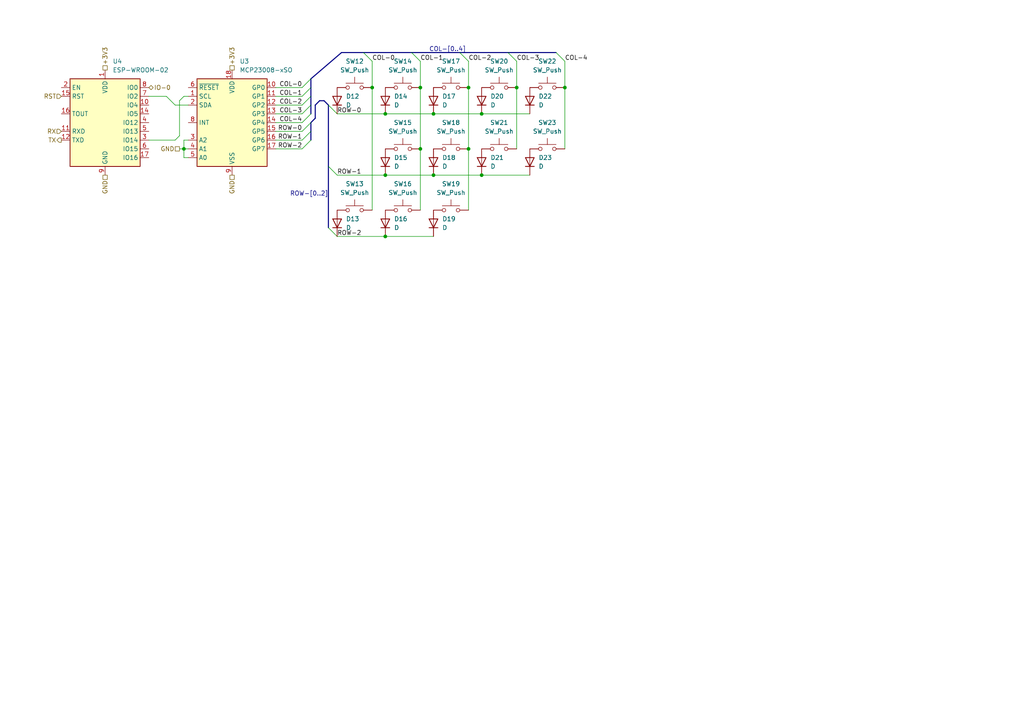
<source format=kicad_sch>
(kicad_sch (version 20231120) (generator "eeschema") (generator_version "8.0")
  (paper "A4")
  (lib_symbols
    (symbol "Device:D" (pin_numbers hide) (pin_names (offset 1.016) hide)
      (property "Reference" "D" (at 0 2.54 0))
      (property "Value" "D" (at 0 -2.54 0))
      (symbol "D_0_1"
        (polyline (pts (xy -1.27 1.27) (xy -1.27 -1.27)) (stroke (width 0.254)))
        (polyline (pts (xy 1.27 0) (xy -1.27 0)))
        (polyline (pts (xy 1.27 1.27) (xy 1.27 -1.27) (xy -1.27 0) (xy 1.27 1.27)) (stroke (width 0.254)))
      )
      (symbol "D_1_1"
        (pin passive line (at -3.81 0 0) (length 2.54) (name "K") (number "1"))
        (pin passive line (at 3.81 0 180) (length 2.54) (name "A") (number "2"))
      )
    )
    (symbol "Interface_Expansion:MCP23008-xSO"
      (property "Reference" "U" (at -8.89 13.97 0))
      (property "Value" "MCP23008-xSO" (at 8.89 13.97 0))
      (symbol "MCP23008-xSO_0_1"
        (rectangle (start -10.16 12.7) (end 10.16 -12.7) (stroke (width 0.254)) (fill (type background)))
      )
      (symbol "MCP23008-xSO_1_1"
        (pin input line (at -12.7 7.62 0) (length 2.54) (name "SCL") (number "1"))
        (pin bidirectional line (at 12.7 10.16 180) (length 2.54) (name "GP0") (number "10"))
        (pin bidirectional line (at 12.7 7.62 180) (length 2.54) (name "GP1") (number "11"))
        (pin bidirectional line (at 12.7 5.08 180) (length 2.54) (name "GP2") (number "12"))
        (pin bidirectional line (at 12.7 2.54 180) (length 2.54) (name "GP3") (number "13"))
        (pin bidirectional line (at 12.7 0 180) (length 2.54) (name "GP4") (number "14"))
        (pin bidirectional line (at 12.7 -2.54 180) (length 2.54) (name "GP5") (number "15"))
        (pin bidirectional line (at 12.7 -5.08 180) (length 2.54) (name "GP6") (number "16"))
        (pin bidirectional line (at 12.7 -7.62 180) (length 2.54) (name "GP7") (number "17"))
        (pin power_in line (at 0 15.24 270) (length 2.54) (name "VDD") (number "18"))
        (pin bidirectional line (at -12.7 5.08 0) (length 2.54) (name "SDA") (number "2"))
        (pin input line (at -12.7 -5.08 0) (length 2.54) (name "A2") (number "3"))
        (pin input line (at -12.7 -7.62 0) (length 2.54) (name "A1") (number "4"))
        (pin input line (at -12.7 -10.16 0) (length 2.54) (name "A0") (number "5"))
        (pin input line (at -12.7 10.16 0) (length 2.54) (name "~{RESET}") (number "6"))
        (pin no_connect line (at -10.16 -2.54 0) (length 2.54) hide (name "NC") (number "7"))
        (pin output line (at -12.7 0 0) (length 2.54) (name "INT") (number "8"))
        (pin power_in line (at 0 -15.24 90) (length 2.54) (name "VSS") (number "9"))
      )
    )
    (symbol "RF_Module:ESP-WROOM-02"
      (property "Reference" "U" (at -7.62 13.97 0))
      (property "Value" "ESP-WROOM-02" (at 10.16 13.97 0))
      (symbol "ESP-WROOM-02_0_1"
        (rectangle (start 10.16 12.7) (end -10.16 -12.7) (stroke (width 0.254)) (fill (type background)))
      )
      (symbol "ESP-WROOM-02_1_1"
        (pin power_in line (at 0 15.24 270) (length 2.54) (name "VDD") (number "1"))
        (pin bidirectional line (at 12.7 5.08 180) (length 2.54) (name "IO4") (number "10"))
        (pin bidirectional line (at -12.7 -2.54 0) (length 2.54) (name "RXD") (number "11"))
        (pin bidirectional line (at -12.7 -5.08 0) (length 2.54) (name "TXD") (number "12"))
        (pin passive line (at 0 -15.24 90) (length 2.54) hide (name "GND") (number "13"))
        (pin bidirectional line (at 12.7 2.54 180) (length 2.54) (name "IO5") (number "14"))
        (pin input line (at -12.7 7.62 0) (length 2.54) (name "RST") (number "15"))
        (pin input line (at -12.7 2.54 0) (length 2.54) (name "TOUT") (number "16"))
        (pin bidirectional line (at 12.7 -10.16 180) (length 2.54) (name "IO16") (number "17"))
        (pin passive line (at 0 -15.24 90) (length 2.54) hide (name "GND") (number "18"))
        (pin passive line (at 0 -15.24 90) (length 2.54) hide (name "GND") (number "19"))
        (pin input line (at -12.7 10.16 0) (length 2.54) (name "EN") (number "2"))
        (pin bidirectional line (at 12.7 -5.08 180) (length 2.54) (name "IO14") (number "3"))
        (pin bidirectional line (at 12.7 0 180) (length 2.54) (name "IO12") (number "4"))
        (pin bidirectional line (at 12.7 -2.54 180) (length 2.54) (name "IO13") (number "5"))
        (pin bidirectional line (at 12.7 -7.62 180) (length 2.54) (name "IO15") (number "6"))
        (pin bidirectional line (at 12.7 7.62 180) (length 2.54) (name "IO2") (number "7"))
        (pin bidirectional line (at 12.7 10.16 180) (length 2.54) (name "IO0") (number "8"))
        (pin power_in line (at 0 -15.24 90) (length 2.54) (name "GND") (number "9"))
      )
    )
    (symbol "Switch:SW_Push" (pin_numbers hide) (pin_names (offset 1.016) hide)
      (property "Reference" "SW" (at 1.27 2.54 0))
      (property "Value" "SW_Push" (at 0 -1.524 0))
      (symbol "SW_Push_0_1"
        (circle (center -2.032 0) (radius 0.508))
        (polyline (pts (xy 0 1.27) (xy 0 3.048)))
        (polyline (pts (xy 2.54 1.27) (xy -2.54 1.27)))
        (circle (center 2.032 0) (radius 0.508))
        (pin passive line (at -5.08 0 0) (length 2.54) (name "1") (number "1"))
        (pin passive line (at 5.08 0 180) (length 2.54) (name "2") (number "2"))
      )
    )
  )
  (junction (at 149.86 25.4))
  (junction (at 163.83 25.4))
  (junction (at 111.76 33.02))
  (junction (at 121.92 25.4))
  (junction (at 53.34 43.18))
  (junction (at 125.73 50.8))
  (junction (at 111.76 50.8))
  (junction (at 135.89 25.4))
  (junction (at 139.7 33.02))
  (junction (at 111.76 68.58))
  (junction (at 121.92 43.18))
  (junction (at 125.73 33.02))
  (junction (at 107.95 25.4))
  (junction (at 139.7 50.8))
  (junction (at 135.89 43.18))
  (bus_entry (at 95.25 48.26) (size 2.54 2.54))
  (bus_entry (at 161.29 15.24) (size 2.54 2.54))
  (bus_entry (at 87.63 43.18) (size 2.54 -2.54))
  (bus_entry (at 90.17 30.48) (size -2.54 2.54))
  (bus_entry (at 87.63 38.1) (size 2.54 -2.54))
  (bus_entry (at 133.35 15.24) (size 2.54 2.54))
  (bus_entry (at 90.17 27.94) (size -2.54 2.54))
  (bus_entry (at 90.17 33.02) (size -2.54 2.54))
  (bus_entry (at 147.32 15.24) (size 2.54 2.54))
  (bus_entry (at 87.63 40.64) (size 2.54 -2.54))
  (bus_entry (at 95.25 30.48) (size 2.54 2.54))
  (bus_entry (at 90.17 22.86) (size -2.54 2.54))
  (bus_entry (at 90.17 25.4) (size -2.54 2.54))
  (bus_entry (at 105.41 15.24) (size 2.54 2.54))
  (bus_entry (at 119.38 15.24) (size 2.54 2.54))
  (bus_entry (at 95.25 66.04) (size 2.54 2.54))
  (bus (pts (xy 90.17 30.48) (xy 90.17 33.02)))
  (bus (pts (xy 90.17 38.1) (xy 90.17 40.64)))
  (wire (pts (xy 80.01 35.56) (xy 87.63 35.56)))
  (bus (pts (xy 92.71 29.21) (xy 93.98 29.21)))
  (wire (pts (xy 163.83 17.78) (xy 163.83 25.4)))
  (wire (pts (xy 121.92 43.18) (xy 121.92 60.96)))
  (bus (pts (xy 95.25 48.26) (xy 95.25 66.04)))
  (bus (pts (xy 90.17 27.94) (xy 90.17 30.48)))
  (wire (pts (xy 149.86 17.78) (xy 149.86 25.4)))
  (wire (pts (xy 135.89 43.18) (xy 135.89 60.96)))
  (bus (pts (xy 91.44 34.29) (xy 90.17 35.56)))
  (wire (pts (xy 97.79 68.58) (xy 111.76 68.58)))
  (wire (pts (xy 135.89 25.4) (xy 135.89 43.18)))
  (wire (pts (xy 97.79 50.8) (xy 111.76 50.8)))
  (wire (pts (xy 52.07 29.21) (xy 52.07 39.37)))
  (wire (pts (xy 50.8 40.64) (xy 52.07 39.37)))
  (bus (pts (xy 91.44 30.48) (xy 91.44 34.29)))
  (wire (pts (xy 43.18 40.64) (xy 50.8 40.64)))
  (bus (pts (xy 90.17 35.56) (xy 90.17 38.1)))
  (wire (pts (xy 149.86 25.4) (xy 149.86 43.18)))
  (bus (pts (xy 92.71 29.21) (xy 91.44 30.48)))
  (wire (pts (xy 53.34 40.64) (xy 53.34 43.18)))
  (wire (pts (xy 48.26 27.94) (xy 50.8 30.48)))
  (wire (pts (xy 80.01 30.48) (xy 87.63 30.48)))
  (wire (pts (xy 135.89 17.78) (xy 135.89 25.4)))
  (wire (pts (xy 139.7 33.02) (xy 153.67 33.02)))
  (wire (pts (xy 80.01 33.02) (xy 87.63 33.02)))
  (wire (pts (xy 52.07 29.21) (xy 53.34 27.94)))
  (wire (pts (xy 107.95 25.4) (xy 107.95 60.96)))
  (wire (pts (xy 111.76 50.8) (xy 125.73 50.8)))
  (bus (pts (xy 95.25 30.48) (xy 93.98 29.21)))
  (wire (pts (xy 53.34 27.94) (xy 54.61 27.94)))
  (wire (pts (xy 125.73 50.8) (xy 139.7 50.8)))
  (wire (pts (xy 53.34 45.72) (xy 54.61 45.72)))
  (wire (pts (xy 80.01 38.1) (xy 87.63 38.1)))
  (wire (pts (xy 80.01 43.18) (xy 87.63 43.18)))
  (bus (pts (xy 147.32 15.24) (xy 161.29 15.24)))
  (bus (pts (xy 99.06 15.24) (xy 105.41 15.24)))
  (wire (pts (xy 139.7 50.8) (xy 153.67 50.8)))
  (wire (pts (xy 97.79 33.02) (xy 111.76 33.02)))
  (wire (pts (xy 50.8 30.48) (xy 54.61 30.48)))
  (wire (pts (xy 107.95 17.78) (xy 107.95 25.4)))
  (bus (pts (xy 90.17 25.4) (xy 90.17 27.94)))
  (wire (pts (xy 80.01 27.94) (xy 87.63 27.94)))
  (bus (pts (xy 90.17 22.86) (xy 90.17 25.4)))
  (wire (pts (xy 121.92 25.4) (xy 121.92 43.18)))
  (wire (pts (xy 52.07 43.18) (xy 53.34 43.18)))
  (wire (pts (xy 80.01 40.64) (xy 87.63 40.64)))
  (bus (pts (xy 133.35 15.24) (xy 147.32 15.24)))
  (wire (pts (xy 121.92 17.78) (xy 121.92 25.4)))
  (bus (pts (xy 95.25 30.48) (xy 95.25 48.26)))
  (bus (pts (xy 90.17 22.86) (xy 99.06 15.24)))
  (wire (pts (xy 163.83 25.4) (xy 163.83 43.18)))
  (wire (pts (xy 80.01 25.4) (xy 87.63 25.4)))
  (wire (pts (xy 43.18 27.94) (xy 48.26 27.94)))
  (wire (pts (xy 111.76 68.58) (xy 125.73 68.58)))
  (wire (pts (xy 53.34 43.18) (xy 53.34 45.72)))
  (wire (pts (xy 53.34 40.64) (xy 54.61 40.64)))
  (wire (pts (xy 125.73 33.02) (xy 139.7 33.02)))
  (wire (pts (xy 111.76 33.02) (xy 125.73 33.02)))
  (bus (pts (xy 105.41 15.24) (xy 119.38 15.24)))
  (bus (pts (xy 119.38 15.24) (xy 133.35 15.24)))
  (wire (pts (xy 53.34 43.18) (xy 54.61 43.18)))
  (label "ROW-1" (at 97.79 50.8 0))
  (label "COL-4" (at 87.63 35.56 180))
  (label "ROW-2" (at 97.79 68.58 0))
  (label "ROW-2" (at 87.63 43.18 180))
  (label "COL-3" (at 87.63 33.02 180))
  (label "ROW-[0..2]" (at 95.25 57.15 180))
  (label "COL-0" (at 87.63 25.4 180))
  (label "COL-0" (at 107.95 17.78 0))
  (label "COL-3" (at 149.86 17.78 0))
  (label "COL-2" (at 87.63 30.48 180))
  (label "COL-[0..4]" (at 124.46 15.24 0))
  (label "COL-1" (at 87.63 27.94 180))
  (label "COL-4" (at 163.83 17.78 0))
  (label "COL-2" (at 135.89 17.78 0))
  (label "ROW-1" (at 87.63 40.64 180))
  (label "ROW-0" (at 87.63 38.1 180))
  (label "COL-1" (at 121.92 17.78 0))
  (label "ROW-0" (at 97.79 33.02 0))
  (hierarchical_label "RX" (shape input) (at 17.78 38.1 180))
  (hierarchical_label "IO-0" (shape bidirectional) (at 43.18 25.4 0))
  (hierarchical_label "GND" (shape passive) (at 52.07 43.18 180))
  (hierarchical_label "RST" (shape input) (at 17.78 27.94 180))
  (hierarchical_label "GND" (shape passive) (at 30.48 50.8 270))
  (hierarchical_label "GND" (shape passive) (at 67.31 50.8 270))
  (hierarchical_label "+3V3" (shape passive) (at 30.48 20.32 90))
  (hierarchical_label "TX" (shape output) (at 17.78 40.64 180))
  (hierarchical_label "+3V3" (shape passive) (at 67.31 20.32 90))
  (symbol (lib_id "Switch:SW_Push") (at 144.78 25.4 0) (unit 1)
    (property "Reference" "SW20" (at 144.78 17.78 0))
    (property "Value" "SW_Push" (at 144.78 20.32 0))
    (property "Footprint" "MX_Hotswap:MX-Hotswap-1U" (effects (hide yes)))
    (property "Description" "Push button switch, generic, two pins" (effects (hide yes)))
  )
  (symbol (lib_id "Switch:SW_Push") (at 130.81 43.18 0) (unit 1)
    (property "Reference" "SW18" (at 130.81 35.56 0))
    (property "Value" "SW_Push" (at 130.81 38.1 0))
    (property "Footprint" "MX_Hotswap:MX-Hotswap-1U" (effects (hide yes)))
    (property "Description" "Push button switch, generic, two pins" (effects (hide yes)))
  )
  (symbol (lib_id "Device:D") (at 97.79 29.21 90) (unit 1)
    (property "Reference" "D12" (at 100.33 27.9399 90) (effects (justify right)))
    (property "Value" "D" (at 100.33 30.4799 90) (effects (justify right)))
    (property "Footprint" "Diode_SMD:D_0603_1608Metric" (effects (hide yes)))
    (property "Description" "Diode" (effects (hide yes)))
    (property "Sim.Device" "D" (effects (hide yes)))
    (property "Sim.Pins" "1=K 2=A" (effects (hide yes)))
  )
  (symbol (lib_id "Device:D") (at 125.73 29.21 90) (unit 1)
    (property "Reference" "D17" (at 128.27 27.9399 90) (effects (justify right)))
    (property "Value" "D" (at 128.27 30.4799 90) (effects (justify right)))
    (property "Footprint" "Diode_SMD:D_0603_1608Metric" (effects (hide yes)))
    (property "Description" "Diode" (effects (hide yes)))
    (property "Sim.Device" "D" (effects (hide yes)))
    (property "Sim.Pins" "1=K 2=A" (effects (hide yes)))
  )
  (symbol (lib_id "Switch:SW_Push") (at 116.84 43.18 0) (unit 1)
    (property "Reference" "SW15" (at 116.84 35.56 0))
    (property "Value" "SW_Push" (at 116.84 38.1 0))
    (property "Footprint" "MX_Hotswap:MX-Hotswap-1U" (effects (hide yes)))
    (property "Description" "Push button switch, generic, two pins" (effects (hide yes)))
  )
  (symbol (lib_id "Device:D") (at 111.76 29.21 90) (unit 1)
    (property "Reference" "D14" (at 114.3 27.9399 90) (effects (justify right)))
    (property "Value" "D" (at 114.3 30.4799 90) (effects (justify right)))
    (property "Footprint" "Diode_SMD:D_0603_1608Metric" (effects (hide yes)))
    (property "Description" "Diode" (effects (hide yes)))
    (property "Sim.Device" "D" (effects (hide yes)))
    (property "Sim.Pins" "1=K 2=A" (effects (hide yes)))
  )
  (symbol (lib_id "Device:D") (at 153.67 29.21 90) (unit 1)
    (property "Reference" "D22" (at 156.21 27.9399 90) (effects (justify right)))
    (property "Value" "D" (at 156.21 30.4799 90) (effects (justify right)))
    (property "Footprint" "Diode_SMD:D_0603_1608Metric" (effects (hide yes)))
    (property "Description" "Diode" (effects (hide yes)))
    (property "Sim.Device" "D" (effects (hide yes)))
    (property "Sim.Pins" "1=K 2=A" (effects (hide yes)))
  )
  (symbol (lib_id "Switch:SW_Push") (at 130.81 60.96 0) (unit 1)
    (property "Reference" "SW19" (at 130.81 53.34 0))
    (property "Value" "SW_Push" (at 130.81 55.88 0))
    (property "Footprint" "MX_Hotswap:MX-Hotswap-1U" (effects (hide yes)))
    (property "Description" "Push button switch, generic, two pins" (effects (hide yes)))
  )
  (symbol (lib_id "Interface_Expansion:MCP23008-xSO") (at 67.31 35.56 0) (unit 1)
    (property "Reference" "U3" (at 69.5041 17.78 0) (effects (justify left)))
    (property "Value" "MCP23008-xSO" (at 69.5041 20.32 0) (effects (justify left)))
    (property "Footprint" "Package_SO:SOIC-18W_7.5x11.6mm_P1.27mm" (effects (hide yes)))
    (property "Datasheet" "http://ww1.microchip.com/downloads/en/DeviceDoc/MCP23008-MCP23S08-Data-Sheet-20001919F.pdf" (effects (hide yes)))
    (property "Description" "8-bit I/O expander, I2C, interrupts, SOIC-18" (effects (hide yes)))
  )
  (symbol (lib_id "Device:D") (at 139.7 46.99 90) (unit 1)
    (property "Reference" "D21" (at 142.24 45.7199 90) (effects (justify right)))
    (property "Value" "D" (at 142.24 48.2599 90) (effects (justify right)))
    (property "Footprint" "Diode_SMD:D_0603_1608Metric" (effects (hide yes)))
    (property "Description" "Diode" (effects (hide yes)))
    (property "Sim.Device" "D" (effects (hide yes)))
    (property "Sim.Pins" "1=K 2=A" (effects (hide yes)))
  )
  (symbol (lib_id "Device:D") (at 125.73 46.99 90) (unit 1)
    (property "Reference" "D18" (at 128.27 45.7199 90) (effects (justify right)))
    (property "Value" "D" (at 128.27 48.2599 90) (effects (justify right)))
    (property "Footprint" "Diode_SMD:D_0603_1608Metric" (effects (hide yes)))
    (property "Description" "Diode" (effects (hide yes)))
    (property "Sim.Device" "D" (effects (hide yes)))
    (property "Sim.Pins" "1=K 2=A" (effects (hide yes)))
  )
  (symbol (lib_id "Device:D") (at 111.76 64.77 90) (unit 1)
    (property "Reference" "D16" (at 114.3 63.4999 90) (effects (justify right)))
    (property "Value" "D" (at 114.3 66.0399 90) (effects (justify right)))
    (property "Footprint" "Diode_SMD:D_0603_1608Metric" (effects (hide yes)))
    (property "Description" "Diode" (effects (hide yes)))
    (property "Sim.Device" "D" (effects (hide yes)))
    (property "Sim.Pins" "1=K 2=A" (effects (hide yes)))
  )
  (symbol (lib_id "Device:D") (at 125.73 64.77 90) (unit 1)
    (property "Reference" "D19" (at 128.27 63.4999 90) (effects (justify right)))
    (property "Value" "D" (at 128.27 66.0399 90) (effects (justify right)))
    (property "Footprint" "Diode_SMD:D_0603_1608Metric" (effects (hide yes)))
    (property "Description" "Diode" (effects (hide yes)))
    (property "Sim.Device" "D" (effects (hide yes)))
    (property "Sim.Pins" "1=K 2=A" (effects (hide yes)))
  )
  (symbol (lib_id "Switch:SW_Push") (at 102.87 60.96 0) (unit 1)
    (property "Reference" "SW13" (at 102.87 53.34 0))
    (property "Value" "SW_Push" (at 102.87 55.88 0))
    (property "Footprint" "MX_Hotswap:MX-Hotswap-1U" (effects (hide yes)))
    (property "Description" "Push button switch, generic, two pins" (effects (hide yes)))
  )
  (symbol (lib_id "Switch:SW_Push") (at 130.81 25.4 0) (unit 1)
    (property "Reference" "SW17" (at 130.81 17.78 0))
    (property "Value" "SW_Push" (at 130.81 20.32 0))
    (property "Footprint" "MX_Hotswap:MX-Hotswap-1U" (effects (hide yes)))
    (property "Description" "Push button switch, generic, two pins" (effects (hide yes)))
  )
  (symbol (lib_id "RF_Module:ESP-WROOM-02") (at 30.48 35.56 0) (unit 1)
    (property "Reference" "U4" (at 32.6741 17.78 0) (effects (justify left)))
    (property "Value" "ESP-WROOM-02" (at 32.6741 20.32 0) (effects (justify left)))
    (property "Footprint" "RF_Module:ESP-WROOM-02" (effects (hide yes)))
    (property "Datasheet" "https://www.espressif.com/sites/default/files/documentation/0c-esp-wroom-02_datasheet_en.pdf" (effects (hide yes)))
    (property "Description" "Wi-Fi Module, ESP8266EX SoC, 32-bit, 802.11b/g/n, WPA/WPA2, 2.7-3.6V, SMD" (effects (hide yes)))
  )
  (symbol (lib_id "Device:D") (at 97.79 64.77 90) (unit 1)
    (property "Reference" "D13" (at 100.33 63.4999 90) (effects (justify right)))
    (property "Value" "D" (at 100.33 66.0399 90) (effects (justify right)))
    (property "Footprint" "Diode_SMD:D_0603_1608Metric" (effects (hide yes)))
    (property "Description" "Diode" (effects (hide yes)))
    (property "Sim.Device" "D" (effects (hide yes)))
    (property "Sim.Pins" "1=K 2=A" (effects (hide yes)))
  )
  (symbol (lib_id "Device:D") (at 139.7 29.21 90) (unit 1)
    (property "Reference" "D20" (at 142.24 27.9399 90) (effects (justify right)))
    (property "Value" "D" (at 142.24 30.4799 90) (effects (justify right)))
    (property "Footprint" "Diode_SMD:D_0603_1608Metric" (effects (hide yes)))
    (property "Description" "Diode" (effects (hide yes)))
    (property "Sim.Device" "D" (effects (hide yes)))
    (property "Sim.Pins" "1=K 2=A" (effects (hide yes)))
  )
  (symbol (lib_id "Switch:SW_Push") (at 116.84 60.96 0) (unit 1)
    (property "Reference" "SW16" (at 116.84 53.34 0))
    (property "Value" "SW_Push" (at 116.84 55.88 0))
    (property "Footprint" "MX_Hotswap:MX-Hotswap-1U" (effects (hide yes)))
    (property "Description" "Push button switch, generic, two pins" (effects (hide yes)))
  )
  (symbol (lib_id "Switch:SW_Push") (at 116.84 25.4 0) (unit 1)
    (property "Reference" "SW14" (at 116.84 17.78 0))
    (property "Value" "SW_Push" (at 116.84 20.32 0))
    (property "Footprint" "MX_Hotswap:MX-Hotswap-1U" (effects (hide yes)))
    (property "Description" "Push button switch, generic, two pins" (effects (hide yes)))
  )
  (symbol (lib_id "Switch:SW_Push") (at 158.75 25.4 0) (unit 1)
    (property "Reference" "SW22" (at 158.75 17.78 0))
    (property "Value" "SW_Push" (at 158.75 20.32 0))
    (property "Footprint" "MX_Hotswap:MX-Hotswap-1U" (effects (hide yes)))
    (property "Description" "Push button switch, generic, two pins" (effects (hide yes)))
  )
  (symbol (lib_id "Switch:SW_Push") (at 102.87 25.4 0) (unit 1)
    (property "Reference" "SW12" (at 102.87 17.78 0))
    (property "Value" "SW_Push" (at 102.87 20.32 0))
    (property "Footprint" "MX_Hotswap:MX-Hotswap-2U-Vertical-ReversedStabilizers" (effects (hide yes)))
    (property "Description" "Push button switch, generic, two pins" (effects (hide yes)))
  )
  (symbol (lib_id "Switch:SW_Push") (at 144.78 43.18 0) (unit 1)
    (property "Reference" "SW21" (at 144.78 35.56 0))
    (property "Value" "SW_Push" (at 144.78 38.1 0))
    (property "Footprint" "MX_Hotswap:MX-Hotswap-1U" (effects (hide yes)))
    (property "Description" "Push button switch, generic, two pins" (effects (hide yes)))
  )
  (symbol (lib_id "Device:D") (at 111.76 46.99 90) (unit 1)
    (property "Reference" "D15" (at 114.3 45.7199 90) (effects (justify right)))
    (property "Value" "D" (at 114.3 48.2599 90) (effects (justify right)))
    (property "Footprint" "Diode_SMD:D_0603_1608Metric" (effects (hide yes)))
    (property "Description" "Diode" (effects (hide yes)))
    (property "Sim.Device" "D" (effects (hide yes)))
    (property "Sim.Pins" "1=K 2=A" (effects (hide yes)))
  )
  (symbol (lib_id "Device:D") (at 153.67 46.99 90) (unit 1)
    (property "Reference" "D23" (at 156.21 45.7199 90) (effects (justify right)))
    (property "Value" "D" (at 156.21 48.2599 90) (effects (justify right)))
    (property "Footprint" "Diode_SMD:D_0603_1608Metric" (effects (hide yes)))
    (property "Description" "Diode" (effects (hide yes)))
    (property "Sim.Device" "D" (effects (hide yes)))
    (property "Sim.Pins" "1=K 2=A" (effects (hide yes)))
  )
  (symbol (lib_id "Switch:SW_Push") (at 158.75 43.18 0) (unit 1)
    (property "Reference" "SW23" (at 158.75 35.56 0))
    (property "Value" "SW_Push" (at 158.75 38.1 0))
    (property "Footprint" "MX_Hotswap:MX-Hotswap-1U" (effects (hide yes)))
    (property "Description" "Push button switch, generic, two pins" (effects (hide yes)))
  )
)
</source>
